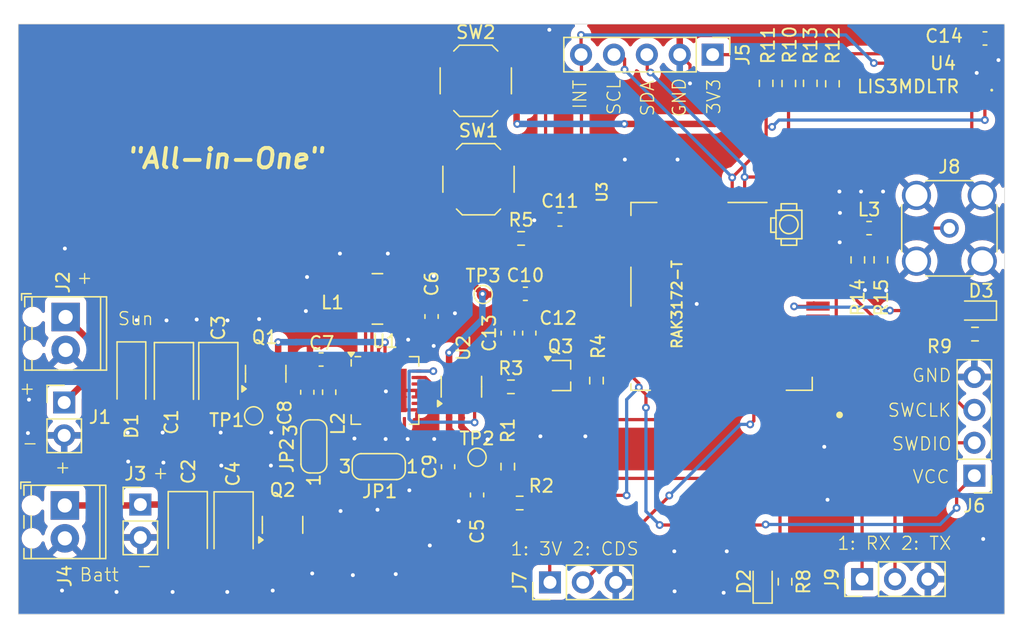
<source format=kicad_pcb>
(kicad_pcb (version 20240108) (generator "pcbnew") (generator_version "8.0")
  (layers (0 "F.Cu" signal) (31 "B.Cu" signal) (34 "B.Paste" user) (35 "F.Paste" user) (36 "B.SilkS" user "B.Silkscreen") (37 "F.SilkS" user "F.Silkscreen") (38 "B.Mask" user) (39 "F.Mask" user) (44 "Edge.Cuts" user))
  (net 0 "")
  (net 1 "Net-(D1-K)")
  (net 2 "GND")
  (net 3 "Net-(J3-Pin_1)")
  (net 4 "/BATT_MEAS")
  (net 5 "Net-(U1-BUFSRC)")
  (net 6 "Net-(U1-BOOST)")
  (net 7 "/BUCK")
  (net 8 "/BATT+")
  (net 9 "+3V3")
  (net 10 "/RST")
  (net 11 "Net-(U4-C1)")
  (net 12 "/LED0")
  (net 13 "Net-(D2-K)")
  (net 14 "Net-(D3-K)")
  (net 15 "/LED1")
  (net 16 "/SCL")
  (net 17 "/SDA")
  (net 18 "/INT")
  (net 19 "/SWCLK")
  (net 20 "/CDS")
  (net 21 "Net-(J8-In)")
  (net 22 "/RXD2")
  (net 23 "/TXD2")
  (net 24 "/SELMPP0")
  (net 25 "/SELMPP1")
  (net 26 "Net-(U1-SWBOOST)")
  (net 27 "Net-(U1-SWBUCK)")
  (net 28 "/RF")
  (net 29 "/SOLAR+")
  (net 30 "/PWR_STATUS")
  (net 31 "Net-(Q3-D)")
  (net 32 "/SDO")
  (net 33 "/CS")
  (net 34 "/BOOT")
  (net 42 "/LDO_EN")
  (net 49 "unconnected-(U3-UART1_TX{slash}PB6-Pad4)")
  (net 53 "/SWDIO")
  (net 56 "unconnected-(U3-PA10{slash}ADC4-Pad25)")
  (footprint "Button_Switch_SMD:SW_SPST_TL3342" (layer "F.Cu") (at 77.53 28.16)
    (property "Reference" "SW1")
    (property "Value" "RESET")
  )
  (footprint "Connector_PinHeader_2.54mm:PinHeader_1x05_P2.54mm_Vertical" (layer "F.Cu") (at 95.61 18.54 -90)
    (property "Reference" "J5")
    (property "Value" "I2C")
  )
  (footprint "Resistor_SMD:R_0603_1608Metric_Pad0.98x0.95mm_HandSolder" (layer "F.Cu") (at 115.87 40.12)
    (property "Reference" "R9")
    (property "Value" "1K")
  )
  (footprint "Package_TO_SOT_SMD:SOT-23" (layer "F.Cu") (at 62.4 54.8475 90)
    (property "Reference" "Q2")
    (property "Value" "AO3407A")
  )
  (footprint "Resistor_SMD:R_0603_1608Metric_Pad0.98x0.95mm_HandSolder" (layer "F.Cu") (at 80.71 53.16)
    (property "Reference" "R2")
    (property "Value" "10M")
  )
  (footprint "Library:IND_LPS4012-103MRB" (layer "F.Cu") (at 69.725 37.4 180)
    (property "Reference" "L1")
    (property "Value" "10u")
  )
  (footprint "Resistor_SMD:R_0603_1608Metric_Pad0.98x0.95mm_HandSolder" (layer "F.Cu") (at 101.2 59.2375 -90)
    (property "Reference" "R8")
    (property "Value" "1K")
  )
  (footprint "TestPoint:TestPoint_Pad_D1.0mm" (layer "F.Cu") (at 60.17 46.43)
    (property "Reference" "TP1")
    (property "Value" "SOLAR+")
  )
  (footprint "Inductor_SMD:L_0603_1608Metric_Pad1.05x0.95mm_HandSolder" (layer "F.Cu") (at 107.69 31.935)
    (property "Reference" "L3")
    (property "Value" "0")
  )
  (footprint "TestPoint:TestPoint_Pad_D1.0mm" (layer "F.Cu") (at 77.42 49.63)
    (property "Reference" "TP2")
    (property "Value" "BATT+")
  )
  (footprint "Capacitor_Tantalum_SMD:CP_EIA-3528-15_AVX-H_Pad1.50x2.35mm_HandSolder" (layer "F.Cu") (at 55.08 54.915 -90)
    (property "Reference" "C2")
    (property "Value" "47u")
  )
  (footprint "Capacitor_SMD:C_0603_1608Metric_Pad1.08x0.95mm_HandSolder" (layer "F.Cu") (at 81.45 40.04 90)
    (property "Reference" "C12")
    (property "Value" "10u")
  )
  (footprint "Capacitor_SMD:C_0603_1608Metric_Pad1.08x0.95mm_HandSolder" (layer "F.Cu") (at 65.3775 42.08 180)
    (property "Reference" "C7")
    (property "Value" "22u")
  )
  (footprint "Capacitor_Tantalum_SMD:CP_EIA-3528-15_AVX-H_Pad1.50x2.35mm_HandSolder" (layer "F.Cu") (at 58.62 54.935 -90)
    (property "Reference" "C4")
    (property "Value" "47u")
  )
  (footprint "LED_SMD:LED_0603_1608Metric_Pad1.05x0.95mm_HandSolder" (layer "F.Cu") (at 99.47 59.2325 90)
    (property "Reference" "D2")
    (property "Value" "RED")
  )
  (footprint "Jumper:SolderJumper-3_P1.3mm_Bridged12_RoundedPad1.0x1.5mm_NumberLabels" (layer "F.Cu") (at 69.83 50.35 180)
    (property "Reference" "JP1")
    (property "Value" "SELMPP0")
  )
  (footprint "Connector_Coaxial:SMA_Amphenol_132134-14_Vertical" (layer "F.Cu") (at 113.89 31.95)
    (property "Reference" "J8")
    (property "Value" "SMA")
  )
  (footprint "Package_DFN_QFN:QFN-28-1EP_5x5mm_P0.5mm_EP3.35x3.35mm" (layer "F.Cu") (at 70.31 44.47)
    (property "Reference" "U1")
    (property "Value" "AEM10941")
  )
  (footprint "Package_TO_SOT_SMD:SOT-323_SC-70" (layer "F.Cu") (at 83.92 43.32)
    (property "Reference" "Q3")
    (property "Value" "DMG1012UW")
  )
  (footprint "TerminalBlock_Phoenix:TerminalBlock_Phoenix_MPT-0,5-2-2.54_1x02_P2.54mm_Horizontal" (layer "F.Cu") (at 45.59 53.35 -90)
    (property "Reference" "J4")
    (property "Value" "BattInB")
  )
  (footprint "Package_TO_SOT_SMD:SOT-23" (layer "F.Cu") (at 61.1 43.1825 90)
    (property "Reference" "Q1")
    (property "Value" "AO3407A")
  )
  (footprint "Resistor_SMD:R_0603_1608Metric_Pad0.98x0.95mm_HandSolder" (layer "F.Cu") (at 80.82 32.73)
    (property "Reference" "R5")
    (property "Value" "1K")
  )
  (footprint "Capacitor_Tantalum_SMD:CP_EIA-3528-15_AVX-H_Pad1.50x2.35mm_HandSolder" (layer "F.Cu") (at 57.44 43.405 -90)
    (property "Reference" "C3")
    (property "Value" "47u")
  )
  (footprint "Resistor_SMD:R_0603_1608Metric_Pad0.98x0.95mm_HandSolder" (layer "F.Cu") (at 79.79 50.35 -90)
    (property "Reference" "R1")
    (property "Value" "4.7M")
  )
  (footprint "RAK:RAK3172" (layer "F.Cu") (at 96.34 37.225 -90)
    (property "Reference" "U3")
    (property "Value" "RAK3172-T")
  )
  (footprint "Diode_SMD:D_MiniMELF" (layer "F.Cu") (at 50.73 43.38 -90)
    (property "Reference" "D1")
    (property "Value" "BZV55B4V7")
  )
  (footprint "Connector_PinHeader_2.54mm:PinHeader_1x04_P2.54mm_Vertical" (layer "F.Cu") (at 115.82 51.05 180)
    (property "Reference" "J6")
    (property "Value" "SWD")
  )
  (footprint "TestPoint:TestPoint_Pad_D1.0mm" (layer "F.Cu") (at 77.89 37.06)
    (property "Reference" "TP3")
    (property "Value" "3V3")
  )
  (footprint "Resistor_SMD:R_0603_1608Metric" (layer "F.Cu") (at 103.15 20.755 -90)
    (property "Reference" "R13")
    (property "Value" "10k")
  )
  (footprint "Resistor_SMD:R_0603_1608Metric" (layer "F.Cu") (at 108.6 34.385 -90)
    (property "Reference" "R15")
    (property "Value" "DNP")
  )
  (footprint "Resistor_SMD:R_0603_1608Metric" (layer "F.Cu") (at 106.82 34.39 -90)
    (property "Reference" "R14")
    (property "Value" "DNP")
  )
  (footprint "Capacitor_SMD:C_0603_1608Metric" (layer "F.Cu") (at 73.905 38.76 90)
    (property "Reference" "C6")
    (property "Value" "10u")
  )
  (footprint "Jumper:SolderJumper-3_P1.3mm_Bridged12_RoundedPad1.0x1.5mm_NumberLabels" (layer "F.Cu") (at 64.82 48.79 90)
    (property "Reference" "JP2")
    (property "Value" "SELMPP1")
  )
  (footprint "Resistor_SMD:R_0603_1608Metric_Pad0.98x0.95mm_HandSolder" (layer "F.Cu") (at 80.0325 44.19)
    (property "Reference" "R3")
    (property "Value" "1M")
  )
  (footprint "Connector_PinHeader_2.54mm:PinHeader_1x03_P2.54mm_Vertical" (layer "F.Cu") (at 107.15 59.04 90)
    (property "Reference" "J9")
    (property "Value" "UART2")
  )
  (footprint "Capacitor_SMD:C_0603_1608Metric_Pad1.08x0.95mm_HandSolder" (layer "F.Cu") (at 75.18 50.3575 90)
    (property "Reference" "C9")
    (property "Value" "10u")
  )
  (footprint "Button_Switch_SMD:SW_SPST_TL3342" (layer "F.Cu") (at 77.32 20.56)
    (property "Reference" "SW2")
    (property "Value" "BOOT")
  )
  (footprint "Capacitor_SMD:C_0603_1608Metric_Pad1.08x0.95mm_HandSolder" (layer "F.Cu") (at 64.31 44.61 90)
    (property "Reference" "C8")
    (property "Value" "10u")
  )
  (footprint "LED_SMD:LED_0603_1608Metric_Pad1.05x0.95mm_HandSolder" (layer "F.Cu") (at 115.865 38.3 180)
    (property "Reference" "D3")
    (property "Value" "GREEN")
  )
  (footprint "Connector_PinHeader_2.54mm:PinHeader_1x03_P2.54mm_Vertical" (layer "F.Cu") (at 83.05 59.29 90)
    (property "Reference" "J7")
    (property "Value" "CDS_CONN")
  )
  (footprint "Capacitor_SMD:C_0603_1608Metric_Pad1.08x0.95mm_HandSolder" (layer "F.Cu") (at 83.8175 31.27)
    (property "Reference" "C11")
    (property "Value" "100n")
  )
  (footprint "Capacitor_SMD:C_0603_1608Metric_Pad1.08x0.95mm_HandSolder" (layer "F.Cu") (at 79.79 40.04 90)
    (property "Reference" "C13")
    (property "Value" "100n")
  )
  (footprint "Capacitor_SMD:C_0603_1608Metric_Pad1.08x0.95mm_HandSolder" (layer "F.Cu") (at 77.42 52.54 -90)
    (property "Reference" "C5")
    (property "Value" "100n")
  )
  (footprint "Capacitor_Tantalum_SMD:CP_EIA-3528-15_AVX-H_Pad1.50x2.35mm_HandSolder" (layer "F.Cu") (at 54.01 43.405 -90)
    (property "Reference" "C1")
    (property "Value" "47u")
  )
  (footprint "Inductor_SMD:L_0603_1608Metric_Pad1.05x0.95mm_HandSolder" (layer "F.Cu") (at 66 44.605 90)
    (property "Reference" "L2")
    (property "Value" "10u")
  )
  (footprint "Connector_PinHeader_2.54mm:PinHeader_1x02_P2.54mm_Vertical" (layer "F.Cu") (at 51.42 53.28)
    (property "Reference" "J3")
    (property "Value" "BattInA")
  )
  (footprint "Resistor_SMD:R_0603_1608Metric" (layer "F.Cu") (at 101.49 20.765 -90)
    (property "Reference" "R10")
    (property "Value" "10k")
  )
  (footprint "Resistor_SMD:R_0603_1608Metric_Pad0.98x0.95mm_HandSolder" (layer "F.Cu") (at 86.64 43.71 -90)
    (property "Reference" "R4")
    (property "Value" "1M")
  )
  (footprint "Resistor_SMD:R_0603_1608Metric" (layer "F.Cu") (at 99.74 20.755 -90)
    (property "Reference" "R11")
    (property "Value" "10k")
  )
  (footprint "Connector_PinHeader_2.54mm:PinHeader_1x02_P2.54mm_Vertical" (layer "F.Cu") (at 45.54 45.4)
    (property "Reference" "J1")
    (property "Value" "SolarInA")
  )
  (footprint "Capacitor_SMD:C_0603_1608Metric" (layer "F.Cu") (at 116.64 17.29)
    (property "Reference" "C14")
    (property "Value" "100nF")
  )
  (footprint "TerminalBlock_Phoenix:TerminalBlock_Phoenix_MPT-0,5-2-2.54_1x02_P2.54mm_Horizontal" (layer "F.Cu") (at 45.65 38.8 -90)
    (property "Reference" "J2")
    (property "Value" "SolarInB")
  )
  (footprint "Library:LGA-12_2X2X1_STM" (layer "F.Cu") (at 115.880001 19.950001 180)
    (property "Reference" "U4")
    (property "Value" "LIS3MDLTR")
  )
  (footprint "Capacitor_SMD:C_0603_1608Metric_Pad1.08x0.95mm_HandSolder" (layer "F.Cu") (at 81.15 37.01)
    (property "Reference" "C10")
    (property "Value" "10u")
  )
  (footprint "Package_TO_SOT_SMD:SOT-23-5" (layer "F.Cu") (at 76.21 44.1825 90)
    (property "Reference" "U2")
    (property "Value" "XC6215")
  )
  (footprint "Resistor_SMD:R_0603_1608Metric" (layer "F.Cu") (at 104.86 20.79 -90)
    (property "Reference" "R12")
    (property "Value" "10k")
  )
  (gr_circle (center 117.16 21.28) (end 117.224031 21.28) (stroke (width 0.1)) (fill solid) (layer "F.SilkS"))
  (gr_circle (center 105.41 46.36) (end 105.62095 46.36) (stroke (width 0.1)) (fill solid) (layer "F.SilkS"))
  (gr_rect (start 42 16.18) (end 118.15 61.75) (stroke (width 0.05)) (fill none) (layer "Edge.Cuts"))
  (gr_text "SCL" (at 88.58 23.26 90) (layer "F.SilkS") (effects (font (size 1 1) (thickness 0.1)) (justify left bottom)))
  (gr_text "-" (at 42.22 49.1 0) (layer "F.SilkS") (effects (font (size 1 1) (thickness 0.1)) (justify left bottom)))
  (gr_text "SWCLK" (at 109.06 46.58 0) (layer "F.SilkS") (effects (font (size 1 1) (thickness 0.1)) (justify left bottom)))
  (gr_text "{dblquote}All-in-One{dblquote}\n" (at 50.24 27.44 0) (layer "F.SilkS") (effects (font (size 1.5 1.5) (thickness 0.3) (bold yes) (italic yes)) (justify left bottom)))
  (gr_text "+" (at 46.43 36.33 0) (layer "F.SilkS") (effects (font (size 1 1) (thickness 0.1)) (justify left bottom)))
  (gr_text "SWDIO" (at 109.38 49.18 0) (layer "F.SilkS") (effects (font (size 1 1) (thickness 0.1)) (justify left bottom)))
  (gr_text "VCC" (at 110.98 51.72 0) (layer "F.SilkS") (effects (font (size 1 1) (thickness 0.1)) (justify left bottom)))
  (gr_text "1: RX 2: TX" (at 105.17 56.86 0) (layer "F.SilkS") (effects (font (size 1 1) (thickness 0.1)) (justify left bottom)))
  (gr_text "Sun" (at 49.61 39.51 0) (layer "F.SilkS") (effects (font (size 1 1) (thickness 0.1)) (justify left bottom)))
  (gr_text "3V3" (at 96.28 23.22 90) (layer "F.SilkS") (effects (font (size 1 1) (thickness 0.1)) (justify left bottom)))
  (gr_text "SDA" (at 91.17 23.37 90) (layer "F.SilkS") (effects (font (size 1 1) (thickness 0.1)) (justify left bottom)))
  (gr_text "GND" (at 110.94 43.9 0) (layer "F.SilkS") (effects (font (size 1 1) (thickness 0.1)) (justify left bottom)))
  (gr_text "+" (at 52.3 51.4 0) (layer "F.SilkS") (effects (font (size 1 1) (thickness 0.1)) (justify left bottom)))
  (gr_text "+" (at 42 44.88 0) (layer "F.SilkS") (effects (font (size 1 1) (thickness 0.1)) (justify left bottom)))
  (gr_text "-" (at 51.04 58.58 0) (layer "F.SilkS") (effects (font (size 1 1) (thickness 0.1)) (justify left bottom)))
  (gr_text "GND" (at 93.62 23.44 90) (layer "F.SilkS") (effects (font (size 1 1) (thickness 0.1)) (justify left bottom)))
  (gr_text "Batt" (at 46.65 59.29 0) (layer "F.SilkS") (effects (font (size 1 1) (thickness 0.1)) (justify left bottom)))
  (gr_text "INT" (at 85.95 22.82 90) (layer "F.SilkS") (effects (font (size 1 1) (thickness 0.1)) (justify left bottom)))
  (gr_text "+" (at 44.74 50.96 0) (layer "F.SilkS") (effects (font (size 1 1) (thickness 0.1)) (justify left bottom)))
  (gr_text "1: 3V 2: CDS" (at 79.94 57.29 0) (layer "F.SilkS") (effects (font (size 1 1) (thickness 0.1)) (justify left bottom)))
  (segment (start 60.635 41.78) (end 61.1 42.245) (width 0.5) (layer "F.Cu") (net 1))
  (segment (start 50.73 41.63) (end 49.31 41.63) (width 0.5) (layer "F.Cu") (net 1))
  (segment (start 53.86 41.63) (end 54.01 41.78) (width 0.5) (layer "F.Cu") (net 1))
  (segment (start 50.73 41.63) (end 53.86 41.63) (width 0.5) (layer "F.Cu") (net 1))
  (segment (start 54.9 41.63) (end 55.18 41.91) (width 0.5) (layer "F.Cu") (net 1))
  (segment (start 57.44 41.78) (end 60.635 41.78) (width 0.5) (layer "F.Cu") (net 1))
  (segment (start 49.31 41.63) (end 45.54 45.4) (width 0.5) (layer "F.Cu") (net 1))
  (segment (start 54.01 41.78) (end 57.44 41.78) (width 0.5) (layer "F.Cu") (net 1))
  (segment (start 50.73 41.63) (end 48.48 41.63) (width 0.5) (layer "F.Cu") (net 1))
  (segment (start 48.48 41.63) (end 45.65 38.8) (width 0.5) (layer "F.Cu") (net 1))
  (segment (start 72.76 45.97) (end 71.81 45.97) (width 0.25) (layer "F.Cu") (net 2))
  (segment (start 70.81 47.55) (end 71.53 48.27) (width 0.25) (layer "F.Cu") (net 2))
  (segment (start 71.81 45.97) (end 70.38 44.54) (width 0.25) (layer "F.Cu") (net 2))
  (segment (start 72.76 44.47) (end 70.31 44.47) (width 0.25) (layer "F.Cu") (net 2))
  (segment (start 116.130001 20.080001) (end 116 19.95) (width 0.25) (layer "F.Cu") (net 2))
  (segment (start 70.81 44.97) (end 70.31 44.47) (width 0.25) (layer "F.Cu") (net 2))
  (segment (start 77.19 48.25) (end 78.23 48.25) (width 0.5) (layer "F.Cu") (net 2))
  (segment (start 116.630002 19.700001) (end 116.630002 20.200001) (width 0.25) (layer "F.Cu") (net 2))
  (segment (start 93.86 19.33) (end 93.07 18.54) (width 0.25) (layer "F.Cu") (net 2))
  (segment (start 116.380001 19.95) (end 116 19.95) (width 0.25) (layer "F.Cu") (net 2))
  (segment (start 69.81 46.92) (end 69.81 47.67) (width 0.25) (layer "F.Cu") (net 2))
  (segment (start 76.21 45.32) (end 76.21 47.27) (width 0.5) (layer "F.Cu") (net 2))
  (segment (start 72.76 45.97) (end 74.02 45.97) (width 0.25) (layer "F.Cu") (net 2))
  (segment (start 116.630002 20.200001) (end 116.380001 19.95) (width 0.25) (layer "F.Cu") (net 2))
  (segment (start 76.21 47.27) (end 77.19 48.25) (width 0.5) (layer "F.Cu") (net 2))
  (segment (start 69.31 46.92) (end 69.81 46.92) (width 0.25) (layer "F.Cu") (net 2))
  (segment (start 72.01 48.27) (end 72.06 48.22) (width 0.25) (layer "F.Cu") (net 2))
  (segment (start 116.130001 20.700002) (end 116.130001 20.080001) (width 0.25) (layer "F.Cu") (net 2))
  (segment (start 93.86 20.76) (end 93.86 19.33) (width 0.25) (layer "F.Cu") (net 2))
  (segment (start 116.380003 19.95) (end 116.630002 19.700001) (width 0.25) (layer "F.Cu") (net 2))
  (segment (start 78.21 48.27) (end 78.23 48.25) (width 0.25) (layer "F.Cu") (net 2))
  (segment (start 69.81 47.67) (end 70.36 48.22) (width 0.25) (layer "F.Cu") (net 2))
  (segment (start 70.81 46.92) (end 70.81 47.55) (width 0.25) (layer "F.Cu") (net 2))
  (segment (start 74.11 46.06) (end 74.11 48.22) (width 0.25) (layer "F.Cu") (net 2))
  (segment (start 69.81 44.97) (end 70.31 44.47) (width 0.25) (layer "F.Cu") (net 2))
  (segment (start 72.76 44.97) (end 72.76 44.47) (width 0.25) (layer "F.Cu") (net 2))
  (segment (start 69.81 46.92) (end 69.81 44.97) (width 0.25) (layer "F.Cu") (net 2))
  (segment (start 70.38 44.54) (end 70.31 44.47) (width 0.25) (layer "F.Cu") (net 2))
  (segment (start 70.81 46.92) (end 70.81 44.97) (width 0.25) (layer "F.Cu") (net 2))
  (segment (start 116 19.95) (end 116.380003 19.95) (width 0.25) (layer "F.Cu") (net 2))
  (segment (start 71.53 48.27) (end 72.01 48.27) (width 0.25) (layer "F.Cu") (net 2))
  (segment (start 74.02 45.97) (end 74.11 46.06) (width 0.25) (layer "F.Cu") (net 2))
  (via (at 94.38 37.79) (size 0.6) (drill 0.3) (layers "F.Cu" "B.Cu") (net 2))
  (via (at 117.68 18.96) (size 0.6) (drill 0.3) (layers "F.Cu" "B.Cu") (net 2))
  (via (at 70.36 48.22) (size 0.6) (drill 0.3) (layers "F.Cu" "B.Cu") (net 2))
  (via (at 82.31 48.01) (size 0.6) (drill 0.3) (layers "F.Cu" "B.Cu") (net 2))
  (via (at 71.14 58.65) (size 0.6) (drill 0.3) (layers "F.Cu" "B.Cu") (net 2))
  (via (at 66.88 53.78) (size 0.6) (drill 0.3) (layers "F.Cu" "B.Cu") (net 2))
  (via (at 66.83 33.9) (size 0.6) (drill 0.3) (layers "F.Cu" "B.Cu") (net 2))
  (via (at 53.44 39.06) (size 0.6) (drill 0.3) (layers "F.Cu" "B.Cu") (net 2))
  (via (at 53.91 60.03) (size 0.6) (drill 0.3) (layers "F.Cu" "B.Cu") (net 2))
  (via (at 76.01 54.56) (size 0.6) (drill 0.3) (layers "F.Cu" "B.Cu") (net 2))
  (via (at 61.5 50.27) (size 0.6) (drill 0.3) (layers "F.Cu" "B.Cu") (net 2))
  (via (at 64.69 58.6) (size 0.6) (drill 0.3) (layers "F.Cu" "B.Cu") (net 2))
  (via (at 96.46 60.09) (size 0.6) (drill 0.3) (layers "F.Cu" "B.Cu") (net 2))
  (via (at 108.77 29.11) (size 0.6) (drill 0.3) (layers "F.Cu" "B.Cu") (net 2))
  (via (at 107.07 29.11) (size 0.6) (drill 0.3) (layers "F.Cu" "B.Cu") (net 2))
  (via (at 50.48 49.96) (size 0.6) (drill 0.3) (layers "F.Cu" "B.Cu") (net 2))
  (via (at 109.01 36.75) (size 0.6) (drill 0.3) (layers "F.Cu" "B.Cu") (net 2))
  (via (at 107.37 36.72) (size 0.6) (drill 0.3) (layers "F.Cu" "B.Cu") (net 2))
  (via (at 72.19 52.18) (size 0.6) (drill 0.3) (layers "F.Cu" "B.Cu") (net 2))
  (via (at 105.42 33.03) (size 0.6) (drill 0.3) (layers "F.Cu" "B.Cu") (net 2))
  (via (at 75.71 38.51) (size 0.6) (drill 0.3) (layers "F.Cu" "B.Cu") (net 2))
  (via (at 83 16.62) (size 0.6) (drill 0.3) (layers "F.Cu" "B.Cu") (net 2))
  (via (at 58.15 39.06) (size 0.6) (drill 0.3) (layers "F.Cu" "B.Cu") (net 2))
  (via (at 58.13 60.03) (size 0.6) (drill 0.3) (layers "F.Cu" "B.Cu") (net 2))
  (via (at 67.95 48.18) (size 0.6) (drill 0.3) (layers "F.Cu" "B.Cu") (net 2))
  (via (at 74.07 35.63) (size 0.6) (drill 0.3) (layers "F.Cu" "B.Cu") (net 2))
  (via (at 42.82 45.18) (size 0.6) (drill 0.3) (layers "F.Cu" "B.Cu") (net 2))
  (via (at 70.53 33.9) (size 0.6) (drill 0.3) (layers "F.Cu" "B.Cu") (net 2))
  (via (at 42.74 47.76) (size 0.6) (drill 0.3) (layers "F.Cu" "B.Cu") (net 2))
  (via (at 104.23 48.82) (size 0.6) (drill 0.3) (layers "F.Cu" "B.Cu") (net 2))
  (via (at 61.64 59.92) (size 0.6) (drill 0.3) (layers "F.Cu" "B.Cu") (net 2))
  (via (at 53.2 50.04) (size 0.6) (drill 0.3) (layers "F.Cu" "B.Cu") (net 2))
  (via (at 72.1 40.55) (size 0.6) (drill 0.3) (layers "F.Cu" "B.Cu") (net 2))
  (via (at 93.86 20.76) (size 0.6) (drill 0.3) (layers "F.Cu" "B.Cu") (net 2))
  (via (at 50.44 47.73) (size 0.6) (drill 0.3) (layers "F.Cu" "B.Cu") (net 2))
  (via (at 78.23 48.25) (size 0.6) (drill 0.3) (layers "F.Cu" "B.Cu") (net 2))
  (via (at 72.06 48.22) (size 0.6) (drill 0.3) (layers "F.Cu" "B.Cu") (net 2))
  (via (at 74.07 41.03) (size 0.6) (drill 0.3) (layers "F.Cu" "B.Cu") (net 2))
  (via (at 69.73 53.68) (size 0.6) (drill 0.3) (layers "F.Cu" "B.Cu") (net 2))
  (via (at 64.2 38.34) (size 0.6) (drill 0.3) (layers "F.Cu" "B.Cu") (net 2))
  (via (at 55.77 38.99) (size 0.6) (drill 0.3) (layers "F.Cu" "B.Cu") (net 2))
  (via (at 70.38 44.54) (size 0.6) (drill 0.3) (layers "F.Cu" "B.Cu") (net 2))
  (via (at 105.44 30.76) (size 0.6) (drill 0.3) (layers "F.Cu" "B.Cu") (net 2))
  (via (at 74.11 48.22) (size 0.6) (drill 0.3) (layers "F.Cu" "B.Cu") (net 2))
  (via (at 51.14 39.04) (size 0.6) (drill 0.3) (layers "F.Cu" "B.Cu") (net 2))
  (via (at 49.58 60.03) (size 0.6) (drill 0.3) (layers "F.Cu" "B.Cu") (net 2))
  (via (at 116 19.95) (size 0.6) (drill 0.3) (layers "F.Cu" "B.Cu") (net 2))
  (via (at 81.84 31.33) (size 0.6) (drill 0.3) (layers "F.Cu" "B.Cu") (net 2))
  (via (at 57.62 47.72) (size 0.6) (drill 0.3) (layers "F.Cu" "B.Cu") (net 2))
  (via (at 45.37 59.92) (size 0.6) (drill 0.3) (layers "F.Cu" "B.Cu") (net 2))
  (via (at 92.9 26.64) (size 0.6) (drill 0.3) (layers "F.Cu" "B.Cu") (net 2))
  (via (at 116.5 55.94) (size 0.6) (drill 0.3) (layers "F.Cu" "B.Cu") (net 2))
  (via (at 57.67 50.27) (size 0.6) (drill 0.3) (layers "F.Cu" "B.Cu") (net 2))
  (via (at 73.77 56.44) (size 0.6) (drill 0.3) (layers "F.Cu" "B.Cu") (net 2))
  (via (at 88.83 26.64) (size 0.6) (drill 0.3) (layers "F.Cu" "B.Cu") (net 2))
  (via (at 67.83 58.73) (size 0.6) (drill 0.3) (layers "F.Cu" "B.Cu") (net 2))
  (via (at 60.59 38.96) (size 0.6) (drill 0.3) (layers "F.Cu" "B.Cu") (net 2))
  (via (at 45.59 33.51) (size 0.6) (drill 0.3) (layers "F.Cu" "B.Cu") (net 2))
  (via (at 96.7 56.89) (size 0.6) (drill 0.3) (layers "F.Cu" "B.Cu") (net 2))
  (via (at 61.53 47.72) (size 0.6) (drill 0.3) (layers "F.Cu" "B.Cu") (net 2))
  (via (at 53.14 47.72) (size 0.6) (drill 0.3) (layers "F.Cu" "B.Cu") (net 2))
  (via (at 92.67 59.98) (size 0.6) (drill 0.3) (layers "F.Cu" "B.Cu") (net 2))
  (via (at 85.78 48.01) (size 0.6) (drill 0.3) (layers "F.Cu" "B.Cu") (net 2))
  (via (at 64.29 35.71) (size 0.6) (drill 0.3) (layers "F.Cu" "B.Cu") (net 2))
  (via (at 104.48 52.91) (size 0.6) (drill 0.3) (layers "F.Cu" "B.Cu") (net 2))
  (via (at 105.4 29.11) (size 0.6) (drill 0.3) (layers "F.Cu" "B.Cu") (net 2))
  (via (at 92.65 56.89) (size 0.6) (drill 0.3) (layers "F.Cu" "B.Cu") (net 2))
  (segment (start 55.08 53.29) (end 55.1 53.31) (width 0.5) (layer "F.Cu") (net 3))
  (segment (start 51.35 53.35) (end 51.42 53.28) (width 0.5) (layer "F.Cu") (net 3))
  (segment (start 55.1 53.31) (end 58.62 53.31) (width 0.5) (layer "F.Cu") (net 3))
  (segment (start 51.42 53.28) (end 55.07 53.28) (width 0.5) (layer "F.Cu") (net 3))
  (segment (start 58.62 53.31) (end 61.8 53.31) (width 0.5) (layer "F.Cu") (net 3))
  (segment (start 45.59 53.35) (end 51.35 53.35) (width 0.5) (layer "F.Cu") (net 3))
  (segment (start 55.07 53.28) (end 55.08 53.29) (width 0.5) (layer "F.Cu") (net 3))
  (segment (start 61.8 53.31) (end 62.4 53.91) (width 0.5) (layer "F.Cu") (net 3))
  (segment (start 96.3975 51.2625) (end 99.87 47.79) (width 0.25) (layer "F.Cu") (net 4))
  (segment (start 77.835 51.2625) (end 77.42 51.6775) (width 0.25) (layer "F.Cu") (net 4))
  (segment (start 79.79 51.2625) (end 79.79 53.1525) (width 0.25) (layer "F.Cu") (net 4))
  (segment (start 79.79 53.1525) (end 79.7975 53.16) (width 0.25) (layer "F.Cu") (net 4))
  (segment (start 79.79 51.2625) (end 77.835 51.2625) (width 0.25) (layer "F.Cu") (net 4))
  (segment (start 99.87 47.79) (end 99.79 47.71) (width 0.25) (layer "F.Cu") (net 4))
  (segment (start 79.79 51.2625) (end 96.3975 51.2625) (width 0.25) (layer "F.Cu") (net 4))
  (segment (start 99.79 47.71) (end 99.79 44.62) (width 0.25) (layer "F.Cu") (net 4))
  (segment (start 71.49 37.82) (end 73.36 39.69) (width 0.25) (layer "F.Cu") (net 5))
  (segment (start 69.3 42.01) (end 69.3 39.59) (width 0.25) (layer "F.Cu") (net 5))
  (segment (start 69.31 42.02) (end 69.3 42.01) (width 0.25) (layer "F.Cu") (net 5))
  (segment (start 71.49 38.76) (end 71.49 37.4) (width 0.25) (layer "F.Cu") (net 5))
  (segment (start 71.49 37.4) (end 71.49 37.82) (width 0.25) (layer "F.Cu") (net 5))
  (segment (start 73.625 39.535) (end 73.905 39.535) (width 0.25) (layer "F.Cu") (net 5))
  (segment (start 69.3 39.59) (end 71.49 37.4) (width 0.25) (layer "F.Cu") (net 5))
  (segment (start 71.49 37.4) (end 73.625 39.535) (width 0.5) (layer "F.Cu") (net 5))
  (segment (start 67.13 42.97) (end 67.86 42.97) (width 0.25) (layer "F.Cu") (net 6))
  (segment (start 66.24 42.08) (end 67.13 42.97) (width 0.25) (layer "F.Cu") (net 6))
  (segment (start 67.37 50.35) (end 66.18 51.54) (width 0.25) (layer "F.Cu") (net 7))
  (segment (start 66 46.31) (end 64.82 47.49) (width 0.25) (layer "F.Cu") (net 7))
  (segment (start 63.17 51.54) (end 63.07 51.44) (width 0.25) (layer "F.Cu") (net 7))
  (segment (start 64.8 47.47) (end 64.82 47.49) (width 0.25) (layer "F.Cu") (net 7))
  (segment (start 63.05 47.47) (end 64.8 47.47) (width 0.25) (layer "F.Cu") (net 7))
  (segment (start 63.07 47.49) (end 63.05 47.47) (width 0.25) (layer "F.Cu") (net 7))
  (segment (start 68.53 50.35) (end 67.37 50.35) (width 0.25) (layer "F.Cu") (net 7))
  (segment (start 63.07 51.44) (end 63.07 47.49) (width 0.25) (layer "F.Cu") (net 7))
  (segment (start 67.85 45.48) (end 67.86 45.47) (width 0.25) (layer "F.Cu") (net 7))
  (segment (start 66 45.48) (end 66 46.31) (width 0.25) (layer "F.Cu") (net 7))
  (segment (start 66 45.48) (end 66.13 45.48) (width 0.25) (layer "F.Cu") (net 7))
  (segment (start 66.18 51.54) (end 63.17 51.54) (width 0.25) (layer "F.Cu") (net 7))
  (segment (start 65.9925 45.4725) (end 66 45.48) (width 0.25) (layer "F.Cu") (net 7))
  (segment (start 67.86 43.97) (end 67.86 45.47) (width 0.25) (layer "F.Cu") (net 7))
  (segment (start 64.31 45.4725) (end 65.9925 45.4725) (width 0.25) (layer "F.Cu") (net 7))
  (segment (start 66.13 45.48) (end 66.22 45.39) (width 0.25) (layer "F.Cu") (net 7))
  (segment (start 66 45.48) (end 67.85 45.48) (width 0.25) (layer "F.Cu") (net 7))
  (segment (start 72.76 45.47) (end 75.11 45.47) (width 0.25) (layer "F.Cu") (net 8))
  (segment (start 75.18 51.22) (end 75.83 51.22) (width 0.5) (layer "F.Cu") (net 8))
  (segment (start 77.6125 49.4375) (end 77.42 49.63) (width 0.25) (layer "F.Cu") (net 8))
  (segment (start 75.26 46.55) (end 75.26 45.32) (width 0.5) (layer "F.Cu") (net 8))
  (segment (start 63.35 55.785) (end 70.615 55.785) (width 0.5) (layer "F.Cu") (net 8))
  (segment (start 75.83 51.22) (end 77.42 49.63) (width 0.5) (layer "F.Cu") (net 8))
  (segment (start 75.26 47.47) (end 77.42 49.63) (width 0.5) (layer "F.Cu") (net 8))
  (segment (start 75.11 45.47) (end 75.26 45.32) (width 0.25) (layer "F.Cu") (net 8))
  (segment (start 80.03 49.5175) (end 79.9175 49.63) (width 0.5) (layer "F.Cu") (net 8))
  (segment (start 79.79 49.4375) (end 77.6125 49.4375) (width 0.25) (layer "F.Cu") (net 8))
  (segment (start 75.26 47.47) (end 75.26 46.55) (width 0.5) (layer "F.Cu") (net 8))
  (segment (start 70.615 55.785) (end 75.18 51.22) (width 0.5) (layer "F.Cu") (net 8))
  (segment (start 83.05 59.29) (end 83.03 59.27) (width 0.25) (layer "F.Cu") (net 9))
  (segment (start 79.79 39.1775) (end 79.79 37.5075) (width 0.25) (layer "F.Cu") (net 9))
  (segment (start 80.47 22.46) (end 80.47 23.84) (width 0.5) (layer "F.Cu") (net 9))
  (segment (start 86.7975 42.955) (end 88.945 42.955) (width 0.25) (layer "F.Cu") (net 9))
  (segment (start 79.9075 32.73) (end 79.9075 36.63) (width 0.25) (layer "F.Cu") (net 9))
  (segment (start 81.45 39.1775) (end 81.45 38.1725) (width 0.25) (layer "F.Cu") (net 9))
  (segment (start 101.49 19.94) (end 103.14 19.94) (width 0.25) (layer "F.Cu") (net 9))
  (segment (start 80.2375 37.06) (end 80.2875 37.01) (width 0.5) (layer "F.Cu") (net 9))
  (segment (start 85.49 52.57) (end 88.97 52.57) (width 0.25) (layer "F.Cu") (net 9))
  (segment (start 103.14 19.94) (end 103.15 19.93) (width 0.25) (layer "F.Cu") (net 9))
  (segment (start 79.9075 36.63) (end 80.2875 37.01) (width 0.25) (layer "F.Cu") (net 9))
  (segment (start 95.78 23.89) (end 99.74 19.93) (width 0.5) (layer "F.Cu") (net 9))
  (segment (start 71.2 25.43) (end 74.17 22.46) (width 0.5) (layer "F.Cu") (net 9))
  (segment (start 99.74 19.93) (end 101.48 19.93) (width 0.25) (layer "F.Cu") (net 9))
  (segment (start 103.15 19.93) (end 104.825 19.93) (width 0.25) (layer "F.Cu") (net 9))
  (segment (start 83.03 55.03) (end 85.49 52.57) (width 0.25) (layer "F.Cu") (net 9))
  (segment (start 101.48 19.93) (end 101.49 19.94) (width 0.25) (layer "F.Cu") (net 9))
  (segment (start 75.26 41.5525) (end 75.26 41.545) (width 0.5) (layer "F.Cu") (net 9))
  (segment (start 75.26 43.045) (end 75.26 41.5525) (width 0.5) (layer "F.Cu") (net 9))
  (segment (start 75.0625 43.2425) (end 75.0725 43.2325) (width 0.25) (layer "F.Cu") (net 9))
  (segment (start 99.66 54.86) (end 99.7 54.82) (width 0.25) (layer "F.Cu") (net 9))
  (segment (start 106.355 18.47) (end 115.400001 18.47) (width 0.25) (layer "F.Cu") (net 9))
  (segment (start 86.64 42.7975) (end 86.7975 42.955) (width 0.25) (layer "F.Cu") (net 9))
  (segment (start 104.825 19.93) (end 104.86 19.965) (width 0.25) (layer "F.Cu") (net 9))
  (segment (start 71.2 30.37) (end 71.2 25.43) (width 0.5) (layer "F.Cu") (net 9))
  (segment (start 75.26 41.545) (end 75.2575 41.5425) (width 0.5) (layer "F.Cu") (net 9))
  (segment (start 98.35 18.54) (end 99.74 19.93) (width 0.25) (layer "F.Cu") (net 9))
  (segment (start 89.91 43.92) (end 88.945 42.955) (width 0.25) (layer "F.Cu") (net 9))
  (segment (start 114.45 53.54) (end 114.45 52.42) (width 0.25) (layer "F.Cu") (net 9))
  (segment (start 89.91 44.23) (end 90.46 44.78) (width 0.25) (layer "F.Cu") (net 9))
  (segment (start 90.46 44.78) (end 90.46 45.8) (width 0.25) (layer "F.Cu") (net 9))
  (segment (start 115.400001 18.47) (end 116.130001 19.2) (width 0.25) (layer "F.Cu") (net 9))
  (segment (start 95.61 18.54) (end 98.35 18.54) (width 0.25) (layer "F.Cu") (net 9))
  (segment (start 89.91 44.23) (end 89.91 43.92) (width 0.25) (layer "F.Cu") (net 9))
  (segment (start 77.89 37.06) (end 77.845 37.015) (width 0.5) (layer "F.Cu") (net 9))
  (segment (start 77.89 37.06) (end 80.2375 37.06) (width 0.5) (layer "F.Cu") (net 9))
  (segment (start 95.64 18.09) (end 95.7 18.15) (width 0.5) (layer "F.Cu") (net 9))
  (segment (start 91.52 54.86) (end 99.66 54.86) (width 0.25) (layer "F.Cu") (net 9))
  (segment (start 83.03 59.27) (end 83.03 55.03) (width 0.25) (layer "F.Cu") (net 9))
  (segment (start 81.45 39.1775) (end 83.02 39.1775) (width 0.25) (layer "F.Cu") (net 9))
  (segment (start 83.02 39.1775) (end 86.64 42.7975) (width 0.25) (layer "F.Cu") (net 9))
  (segment (start 80.47 23.84) (end 80.52 23.89) (width 0.5) (layer "F.Cu") (net 9))
  (segment (start 81.45 38.1725) (end 80.2875 37.01) (width 0.25) (layer "F.Cu") (net 9))
  (segment (start 104.86 19.965) (end 106.355 18.47) (width 0.25) (layer "F.Cu") (net 9))
  (segment (start 88.79 23.89) (end 95.78 23.89) (width 0.5) (layer "F.Cu") (net 9))
  (segment (start 114.45 52.42) (end 115.82 51.05) (width 0.25) (layer "F.Cu") (net 9))
  (segment (start 77.845 37.015) (end 71.2 30.37) (width 0.5) (layer "F.Cu") (net 9))
  (segment (start 116.130001 19.2) (end 115.630001 19.2) (width 0.25) (layer "F.Cu") (net 9))
  (segment (start 79.79 37.5075) (end 80.2875 37.01) (width 0.25) (layer "F.Cu") (net 9))
  (segment (start 74.17 22.46) (end 80.47 22.46) (width 0.5) (layer "F.Cu") (net 9))
  (via (at 99.7 54.82) (size 0.6) (drill 0.3) (layers "F.Cu" "B.Cu") (net 9))
  (via (at 114.45 53.54) (size 0.6) (drill 0.3) (layers "F.Cu" "B.Cu") (net 9))
  (via (at 89.91 44.23) (size 0.6) (drill 0.3) (layers "F.Cu" "B.Cu") (net 9))
  (via (at 77.845 37.015) (size 0.6) (drill 0.3) (layers "F.Cu" "B.Cu") (net 9))
  (via (at 75.26 41.5525) (size 0.6) (drill 0.3) (layers "F.Cu" "B.Cu") (net 9))
  (via (at 80.52 23.89) (size 0.6) (drill 0.3) (layers "F.Cu" "B.Cu") (net 9))
  (via (at 90.46 45.8) (size 0.6) (drill 0.3) (layers "F.Cu" "B.Cu") (net 9))
  (via (at 88.97 52.57) (size 0.6) (drill 0.3) (layers "F.Cu" "B.Cu") (net 9))
  (via (at 88.79 23.89) (size 0.6) (drill 0.3) (layers "F.Cu" "B.Cu") (net 9))
  (via (at 91.52 54.86) (size 0.6) (drill 0.3) (layers "F.Cu" "B.Cu") (net 9))
  (segment (start 77.83 38.9825) (end 77.83 37.03) (width 0.5) (layer "B.Cu") (net 9))
  (segment (start 75.26 41.5525) (end 77.83 38.9825) (width 0.5) (layer "B.Cu") (net 9))
  (segment (start 90.46 45.8) (end 90.46 53.8) (width 0.25) (layer "B.Cu") (net 9))
  (segment (start 77.83 37.03) (end 77.845 37.015) (width 0.5) (layer "B.Cu") (net 9))
  (segment (start 90.46 53.8) (end 91.52 54.86) (width 0.25) (layer "B.Cu") (net 9))
  (segment (start 113.17 54.82) (end 114.45 53.54) (width 0.25) (layer "B.Cu") (net 9))
  (segment (start 88.97 52.57) (end 88.97 45.17) (width 0.25) (layer "B.Cu") (net 9))
  (segment (start 99.7 54.82) (end 113.17 54.82) (width 0.25) (layer "B.Cu") (net 9))
  (segment (start 80.52 23.89) (end 88.79 23.89) (width 0.5) (layer "B.Cu") (net 9))
  (segment (start 88.97 45.17) (end 89.91 44.23) (width 0.25) (layer "B.Cu") (net 9))
  (segment (start 74.38 30.06) (end 80.68 30.06) (width 0.25) (layer "F.Cu") (net 10))
  (segment (start 84.68 32.7) (end 84.71 32.73) (width 0.25) (layer "F.Cu") (net 10))
  (segment (start 84.68 38.55) (end 86.96 40.83) (width 0.25) (layer "F.Cu") (net 10))
  (segment (start 80.68 30.06) (end 80.68 31.6775) (width 0.25) (layer "F.Cu") (net 10))
  (segment (start 84.68 31.27) (end 84.68 32.7) (width 0.25) (layer "F.Cu") (net 10))
  (segment (start 81.7325 32.73) (end 84.71 32.73) (width 0.25) (layer "F.Cu") (net 10))
  (segment (start 84.68 32.7) (end 84.68 38.55) (width 0.25) (layer "F.Cu") (net 10))
  (segment (start 88.82 40.83) (end 88.945 40.955) (width 0.25) (layer "F.Cu") (net 10))
  (segment (start 80.68 31.6775) (end 81.7325 32.73) (width 0.25) (layer "F.Cu") (net 10))
  (segment (start 86.96 40.83) (end 88.82 40.83) (width 0.25) (layer "F.Cu") (net 10))
  (segment (start 116.630002 18.560002) (end 116.630002 19.2) (width 0.25) (layer "F.Cu") (net 11))
  (segment (start 115.865 17.29) (end 115.865 17.795) (width 0.25) (layer "F.Cu") (net 11))
  (segment (start 115.865 17.795) (end 116.630002 18.560002) (width 0.25) (layer "F.Cu") (net 11))
  (segment (start 115.865 17.29) (end 115.89 17.29) (width 0.25) (layer "F.Cu") (net 11))
  (segment (start 103.71 40.92) (end 103.745 40.955) (width 0.25) (layer "F.Cu") (net 12))
  (segment (start 100.81 57.0175) (end 100.81 41.04) (width 0.25) (layer "F.Cu") (net 12))
  (segment (start 100.81 41.04) (end 100.69 40.92) (width 0.25) (layer "F.Cu") (net 12))
  (segment (start 99.47 58.3575) (end 100.81 57.0175) (width 0.25) (layer "F.Cu") (net 12))
  (segment (start 100.69 40.92) (end 103.71 40.92) (width 0.25) (layer "F.Cu") (net 12))
  (segment (start 101.1575 60.1075) (end 101.2 60.15) (width 0.25) (layer "F.Cu") (net 13))
  (segment (start 99.47 60.1075) (end 101.1575 60.1075) (width 0.25) (layer "F.Cu") (net 13))
  (segment (start 116.74 38.3) (end 116.74 40.0775) (width 0.25) (layer "F.Cu") (net 14))
  (segment (start 116.74 40.0775) (end 116.7825 40.12) (width 0.25) (layer "F.Cu") (net 14))
  (segment (start 103.42 37.73) (end 103.42 37.7) (width 0.25) (layer "F.Cu") (net 15))
  (segment (start 101.9 37.98) (end 103.72 37.98) (width 0.25) (layer "F.Cu") (net 15))
  (segment (start 114.99 38.3) (end 109.3 38.3) (width 0.25) (layer "F.Cu") (net 15))
  (segment (start 103.72 37.98) (end 103.745 37.955) (width 0.25) (layer "F.Cu") (net 15))
  (via (at 109.3 38.3) (size 0.6) (drill 0.3) (layers "F.Cu" "B.Cu") (net 15))
  (via (at 101.9 37.98) (size 0.6) (drill 0.3) (layers "F.Cu" "B.Cu") (net 15))
  (segment (start 109.3 38.3) (end 108.87 38.3) (width 0.25) (layer "B.Cu") (net 15))
  (segment (start 108.61 38.04) (end 101.96 38.04) (width 0.25) (layer "B.Cu") (net 15))
  (segment (start 108.87 38.3) (end 108.61 38.04) (width 0.25) (layer "B.Cu") (net 15))
  (segment (start 101.96 38.04) (end 101.9 37.98) (width 0.25) (layer "B.Cu") (net 15))
  (segment (start 99.74 24.07) (end 99.74 25.41) (width 0.25) (layer "F.Cu") (net 16))
  (segment (start 99.74 25.41) (end 97.12 28.03) (width 0.25) (layer "F.Cu") (net 16))
  (segment (start 103.745 34.955) (end 99.815 34.955) (width 0.25) (layer "F.Cu") (net 16))
  (segment (start 88.81 19.7) (end 88.81 18.88) (width 0.25) (layer "F.Cu") (net 16))
  (segment (start 116.63 20.700004) (end 116.63 23.59) (width 0.25) (layer "F.Cu") (net 16))
  (segment (start 99.815 34.955) (end 97.12 32.26) (width 0.25) (layer "F.Cu") (net 16))
  (segment (start 88.02 18.93) (end 88.02 18.09) (width 0.25) (layer "F.Cu") (net 16))
  (segment (start 99.79 24.12) (end 99.74 24.07) (width 0.25) (layer "F.Cu") (net 16))
  (segment (start 100.2 24.12) (end 99.79 24.12) (width 0.25) (layer "F.Cu") (net 16))
  (segment (start 88.81 18.88) (end 88.02 18.09) (width 0.25) (layer "F.Cu") (net 16))
  (segment (start 116.630002 20.700002) (end 116.63 20.700004) (width 0.25) (layer "F.Cu") (net 16))
  (segment (start 99.74 21.58) (end 99.74 24.07) (width 0.25) (layer "F.Cu") (net 16))
  (segment (start 97.12 32.26) (end 97.12 28.03) (width 0.25) (layer "F.Cu") (net 16))
  (via (at 97.12 28.03) (size 0.6) (drill 0.3) (layers "F.Cu" "B.Cu") (net 16))
  (via (at 116.63 23.59) (size 0.6) (drill 0.3) (layers "F.Cu" "B.Cu") (net 16))
  (via (at 88.81 19.7) (size 0.6) (drill 0.3) (layers "F.Cu" "B.Cu") (net 16))
  (via (at 100.2 24.12) (size 0.6) (drill 0.3) (layers "F.Cu" "B.Cu") (net 16))
  (segment (start 97.12 28.03) (end 97.12 28.01) (width 0.25) (layer "B.Cu") (net 16))
  (segment (start 100.73 23.59) (end 100.2 24.12) (width 0.25) (layer "B.Cu") (net 16))
  (segment (start 116.63 23.59) (end 100.73 23.59) (width 0.25) (layer "B.Cu") (net 16))
  (segment (start 97.12 28.01) (end 88.81 19.7) (width 0.25) (layer "B.Cu") (net 16))
  (segment (start 115.62 25.64) (end 101.51 25.64) (width 0.25) (layer "F.Cu") (net 17))
  (segment (start 99.16 27.99) (end 101.47 25.68) (width 0.25) (layer "F.Cu") (net 17))
  (segment (start 101.51 25.64) (end 101.47 25.68) (width 0.25) (layer "F.Cu") (net 17))
  (segment (start 90.81 19.92) (end 90.56 19.67) (width 0.25) (layer "F.Cu") (net 17))
  (segment (start 101.47 25.68) (end 101.47 21.61) (width 0.25) (layer "F.Cu") (net 17))
  (segment (start 90.53 18.12) (end 90.56 18.09) (width 0.25) (layer "F.Cu") (net 17))
  (segment (start 98.08 32.3) (end 98.08 27.99) (width 0.25) (layer "F.Cu") (net 17))
  (segment (start 101.47 21.61) (end 101.49 21.59) (width 0.25) (layer "F.Cu") (net 17))
  (segment (start 99.84 33.955) (end 99.685 33.955) (width 0.25) (layer "F.Cu") (net 17))
  (segment (start 90.56 19.67) (end 90.56 18.09) (width 0.25) (layer "F.Cu") (net 17))
  (segment (start 115.630001 20.700002) (end 115.62 20.710003) (width 0.25) (layer "F.Cu") (net 17))
  (segment (start 99.84 33.955) (end 99.735 33.955) (width 0.25) (layer "F.Cu") (net 17))
  (segment (start 98.08 27.99) (end 99.16 27.99) (width 0.25) (layer "F.Cu") (net 17))
  (segment (start 103.745 33.955) (end 99.84 33.955) (width 0.25) (layer "F.Cu") (net 17))
  (segment (start 99.735 33.955) (end 98.08 32.3) (width 0.25) (layer "F.Cu") (net 17))
  (segment (start 115.62 20.710003) (end 115.62 25.64) (width 0.25) (layer "F.Cu") (net 17))
  (via (at 90.81 19.92) (size 0.6) (drill 0.3) (layers "F.Cu" "B.Cu") (net 17))
  (via (at 98.08 27.99) (size 0.6) (drill 0.3) (layers "F.Cu" "B.Cu") (net 17))
  (segment (start 98.08 27.19) (end 90.81 19.92) (width 0.25) (layer "B.Cu") (net 17))
  (segment (start 98.08 27.99) (end 98.08 27.19) (width 0.25) (layer "B.Cu") (net 17))
  (segment (start 108.07 19.2) (end 108.06 19.19) (width 0.25) (layer "F.Cu") (net 18))
  (segment (start 96.79 37.32) (end 96.79 44.62) (width 0.25) (layer "F.Cu") (net 18))
  (segment (start 85.48 26.01) (end 96.79 37.32) (width 0.25) (layer "F.Cu") (net 18))
  (segment (start 85.48 18.57) (end 85.45 18.54) (width 0.25) (layer "F.Cu") (net 18))
  (segment (start 85.45 17.02) (end 85.45 18.54) (width 0.25) (layer "F.Cu") (net 18))
  (segment (start 115.13 19.2) (end 108.07 19.2) (width 0.25) (layer "F.Cu") (net 18))
  (segment (start 85.48 26.01) (end 85.48 18.57) (width 0.25) (layer "F.Cu") (net 18))
  (via (at 108.06 19.19) (size 0.6) (drill 0.3) (layers "F.Cu" "B.Cu") (net 18))
  (via (at 85.45 17.02) (size 0.6) (drill 0.3) (layers "F.Cu" "B.Cu") (net 18))
  (segment (start 108.06 19.19) (end 105.89 17.02) (width 0.25) (layer "B.Cu") (net 18))
  (segment (start 105.89 17.02) (end 85.45 17.02) (width 0.25) (layer "B.Cu") (net 18))
  (segment (start 105.175 35.955) (end 115.19 45.97) (width 0.25) (layer "F.Cu") (net 19))
  (segment (start 103.745 35.955) (end 105.175 35.955) (width 0.25) (layer "F.Cu") (net 19))
  (segment (start 115.19 45.97) (end 115.82 45.97) (width 0.25) (layer "F.Cu") (net 19))
  (segment (start 85.59 59.29) (end 92.26 52.62) (width 0.25) (layer "F.Cu") (net 20))
  (segment (start 98.79 46.81) (end 98.79 44.62) (width 0.25) (layer "F.Cu") (net 20))
  (segment (start 98.51 47.09) (end 98.79 46.81) (width 0.25) (layer "F.Cu") (net 20))
  (segment (start 92.26 52.62) (end 92.26 52.58) (width 0.25) (layer "F.Cu") (net 20))
  (via (at 92.26 52.58) (size 0.6) (drill 0.3) (layers "F.Cu" "B.Cu") (net 20))
  (via (at 98.51 47.09) (size 0.6) (drill 0.3) (layers "F.Cu" "B.Cu") (net 20))
  (segment (start 92.26 52.58) (end 97.75 47.09) (width 0.25) (layer "B.Cu") (net 20))
  (segment (start 97.75 47.09) (end 98.51 47.09) (width 0.25) (layer "B.Cu") (net 20))
  (segment (start 108.565 31.935) (end 113.875 31.935) (width 0.25) (layer "F.Cu") (net 21))
  (segment (start 108.565 31.935) (end 108.565 33.525) (width 0.25) (layer "F.Cu") (net 21))
  (segment (start 108.565 33.525) (end 108.6 33.56) (width 0.25) (layer "F.Cu") (net 21))
  (segment (start 113.875 31.935) (end 113.89 31.95) (width 0.25) (layer "F.Cu") (net 21))
  (segment (start 105.265 42.955) (end 103.745 42.955) (width 0.25) (layer "F.Cu") (net 22))
  (segment (start 107.15 44.84) (end 105.265 42.955) (width 0.25) (layer "F.Cu") (net 22))
  (segment (start 107.15 59.04) (end 107.15 44.84) (width 0.25) (layer "F.Cu") (net 22))
  (segment (start 109.69 59.04) (end 109.69 46.41) (width 0.25) (layer "F.Cu") (net 23))
  (segment (start 103.77 41.93) (end 103.745 41.955) (width 0.25) (layer "F.Cu") (net 23))
  (segment (start 105.21 41.93) (end 103.77 41.93) (width 0.25) (layer "F.Cu") (net 23))
  (segment (start 109.69 46.41) (end 105.21 41.93) (width 0.25) (layer "F.Cu") (net 23))
  (segment (start 68.81 47.81) (end 69.83 48.83) (width 0.25) (layer "F.Cu") (net 24))
  (segment (start 69.83 48.83) (end 69.83 50.35) (width 0.25) (layer "F.Cu") (net 24))
  (segment (start 68.81 46.92) (end 68.81 47.81) (width 0.25) (layer "F.Cu") (net 24))
  (segment (start 69.83 50.35) (end 69.83 50.93) (width 0.25) (layer "F.Cu") (net 24))
  (segment (start 69.83 50.93) (end 70.69 51.79) (width 0.25) (layer "F.Cu") (net 24))
  (segment (start 67.86 45.97) (end 66.63 47.2) (width 0.25) (layer "F.Cu") (net 25))
  (segment (start 64.82 48.79) (end 64.5 49.11) (width 0.25) (layer "F.Cu") (net 25))
  (segment (start 66.63 47.2) (end 66.63 48.82) (width 0.25) (layer "F.Cu") (net 25))
  (segment (start 64.5 49.11) (end 63.8 49.11) (width 0.25) (layer "F.Cu") (net 25))
  (segment (start 64.85 48.82) (end 64.82 48.79) (width 0.25) (layer "F.Cu") (net 25))
  (segment (start 66.63 48.82) (end 64.85 48.82) (width 0.25) (layer "F.Cu") (net 25))
  (segment (start 68.81 38.25) (end 67.96 37.4) (width 0.25) (layer "F.Cu") (net 26))
  (segment (start 68.81 42.02) (end 68.81 38.25) (width 0.25) (layer "F.Cu") (net 26))
  (segment (start 66 43.71) (end 66.05 43.66) (width 0.25) (layer "F.Cu") (net 27))
  (segment (start 67.86 43.47) (end 66.26 43.47) (width 0.25) (layer "F.Cu") (net 27))
  (segment (start 66 43.73) (end 66 43.71) (width 0.25) (layer "F.Cu") (net 27))
  (segment (start 66.26 43.47) (end 66 43.73) (width 0.25) (layer "F.Cu") (net 27))
  (segment (start 106.795 31.955) (end 106.815 31.935) (width 0.25) (layer "F.Cu") (net 28))
  (segment (start 106.815 31.935) (end 106.815 33.56) (width 0.25) (layer "F.Cu") (net 28))
  (segment (start 106.78 32.005) (end 106.81 32.035) (width 0.2) (layer "F.Cu") (net 28))
  (segment (start 103.745 31.955) (end 106.795 31.955) (width 0.25) (layer "F.Cu") (net 28))
  (segment (start 106.815 33.56) (end 106.82 33.565) (width 0.25) (layer "F.Cu") (net 28))
  (segment (start 106.755 31.995) (end 106.815 31.935) (width 0.25) (layer "F.Cu") (net 28))
  (segment (start 62.05 44.12) (end 62.05 44.55) (width 0.5) (layer "F.Cu") (net 29))
  (segment (start 69.81 41.25) (end 70.31 40.75) (width 0.25) (layer "F.Cu") (net 29))
  (segment (start 62.05 44.55) (end 60.17 46.43) (width 0.5) (layer "F.Cu") (net 29))
  (segment (start 70.31 42.02) (end 70.31 40.75) (width 0.25) (layer "F.Cu") (net 29))
  (segment (start 70.31 40.75) (end 70.3 40.74) (width 0.25) (layer "F.Cu") (net 29))
  (segment (start 69.81 42.02) (end 70.31 42.02) (width 0.25) (layer "F.Cu") (net 29))
  (segment (start 62.06 44.11) (end 62.05 44.12) (width 0.5) (layer "F.Cu") (net 29))
  (segment (start 62.06 40.74) (end 62.06 44.11) (width 0.5) (layer "F.Cu") (net 29))
  (segment (start 69.81 42.02) (end 69.81 41.25) (width 0.25) (layer "F.Cu") (net 29))
  (via (at 70.31 40.75) (size 0.6) (drill 0.3) (layers "F.Cu" "B.Cu") (net 29))
  (via (at 62.06 40.74) (size 0.6) (drill 0.3) (layers "F.Cu" "B.Cu") (net 29))
  (segment (start 63.46 40.73) (end 70.29 40.73) (width 0.5) (layer "B.Cu") (net 29))
  (segment (start 63.45 40.74) (end 62.06 40.74) (width 0.5) (layer "B.Cu") (net 29))
  (segment (start 63.46 40.73) (end 63.45 40.74) (width 0.5) (layer "B.Cu") (net 29))
  (segment (start 70.31 40.75) (end 70.36 40.7) (width 0.25) (layer "B.Cu") (net 29))
  (segment (start 70.29 40.73) (end 70.31 40.75) (width 0.5) (layer "B.Cu") (net 29))
  (segment (start 79.12 44.19) (end 79.43 43.88) (width 0.25) (layer "F.Cu") (net 30))
  (segment (start 79.12 42.82) (end 79.12 44.19) (width 0.25) (layer "F.Cu") (net 30))
  (segment (start 72.76 43.47) (end 73.43 43.47) (width 0.25) (layer "F.Cu") (net 30))
  (segment (start 82.92 42.67) (end 79.27 42.67) (width 0.25) (layer "F.Cu") (net 30))
  (segment (start 74.13 44.17) (end 79.1 44.17) (width 0.25) (layer "F.Cu") (net 30))
  (segment (start 73.43 43.47) (end 74.13 44.17) (width 0.25) (layer "F.Cu") (net 30))
  (segment (start 79.1 44.17) (end 79.12 44.19) (width 0.25) (layer "F.Cu") (net 30))
  (segment (start 79.27 42.67) (end 79.12 42.82) (width 0.25) (layer "F.Cu") (net 30))
  (segment (start 86.64 44.6225) (end 86.64 45.65) (width 0.25) (layer "F.Cu") (net 31))
  (segment (start 94.68 44.73) (end 94.79 44.62) (width 0.25) (layer "F.Cu") (net 31))
  (segment (start 94.79 46.64) (end 94.79 44.62) (width 0.25) (layer "F.Cu") (net 31))
  (segment (start 85.3375 43.32) (end 86.64 44.6225) (width 0.25) (layer "F.Cu") (net 31))
  (segment (start 86.64 45.65) (end 87.71 46.72) (width 0.25) (layer "F.Cu") (net 31))
  (segment (start 87.71 46.72) (end 94.67 46.72) (width 0.25) (layer "F.Cu") (net 31))
  (segment (start 94.69 46.74) (end 94.79 46.64) (width 0.25) (layer "F.Cu") (net 31))
  (segment (start 94.67 46.72) (end 94.69 46.74) (width 0.25) (layer "F.Cu") (net 31))
  (segment (start 84.92 43.32) (end 85.3375 43.32) (width 0.25) (layer "F.Cu") (net 31))
  (segment (start 106.115 21.615) (end 107.529999 20.200001) (width 0.25) (layer "F.Cu") (net 32))
  (segment (start 104.86 21.615) (end 106.115 21.615) (width 0.25) (layer "F.Cu") (net 32))
  (segment (start 107.529999 20.200001) (end 115.13 20.200001) (width 0.25) (layer "F.Cu") (net 32))
  (segment (start 103.15 21.58) (end 103.15 22.6) (width 0.25) (layer "F.Cu") (net 33))
  (segment (start 113.030002 22.8) (end 115.13 20.700002) (width 0.25) (layer "F.Cu") (net 33))
  (segment (start 103.15 22.6) (end 103.35 22.8) (width 0.25) (layer "F.Cu") (net 33))
  (segment (start 103.35 22.8) (end 113.030002 22.8) (width 0.25) (layer "F.Cu") (net 33))
  (segment (start 74.17 18.66) (end 80.47 18.66) (width 0.25) (layer "F.Cu") (net 34))
  (segment (start 87.08 39.86) (end 88.85 39.86) (width 0.25) (layer "F.Cu") (net 34))
  (segment (start 82.71 29.65) (end 82.65 29.71) (width 0.25) (layer "F.Cu") (net 34))
  (segment (start 82.71 18.78) (end 82.71 29.65) (width 0.25) (layer "F.Cu") (net 34))
  (segment (start 87.08 30.64) (end 87.08 39.86) (width 0.25) (layer "F.Cu") (net 34))
  (segment (start 85.56 30.06) (end 86.5 30.06) (width 0.25) (layer "F.Cu") (net 34))
  (segment (start 82.59 18.66) (end 82.71 18.78) (width 0.25) (layer "F.Cu") (net 34))
  (segment (start 80.47 18.66) (end 82.59 18.66) (width 0.25) (layer "F.Cu") (net 34))
  (segment (start 85.55 30.05) (end 85.56 30.06) (width 0.25) (layer "F.Cu") (net 34))
  (segment (start 82.99 30.05) (end 85.55 30.05) (width 0.25) (layer "F.Cu") (net 34))
  (segment (start 86.5 30.06) (end 87.08 30.64) (width 0.25) (layer "F.Cu") (net 34))
  (segment (start 88.85 39.86) (end 88.945 39.955) (width 0.25) (layer "F.Cu") (net 34))
  (segment (start 82.65 29.71) (end 82.99 30.05) (width 0.25) (layer "F.Cu") (net 34))
  (segment (start 72.76 42.97) (end 74.03 42.97) (width 0.25) (layer "F.Cu") (net 42))
  (segment (start 77.23 45.39) (end 77.16 45.32) (width 0.25) (layer "F.Cu") (net 42))
  (segment (start 77.23 46.94) (end 77.23 45.39) (width 0.25) (layer "F.Cu") (net 42))
  (segment (start 74.03 42.97) (end 74.04 42.98) (width 0.25) (layer "F.Cu") (net 42))
  (via (at 77.23 46.94) (size 0.6) (drill 0.3) (layers "F.Cu" "B.Cu") (net 42))
  (via (at 74.04 42.98) (size 0.6) (drill 0.3) (layers "F.Cu" "B.Cu") (net 42))
  (segment (start 72.2 42.98) (end 72.17 43.01) (width 0.25) (layer "B.Cu") (net 42))
  (segment (start 77.21 46.92) (end 77.23 46.94) (width 0.25) (layer "B.Cu") (net 42))
  (segment (start 72.17 43.01) (end 72.17 46.67) (width 0.25) (layer "B.Cu") (net 42))
  (segment (start 74.04 42.98) (end 72.2 42.98) (width 0.25) (layer "B.Cu") (net 42))
  (segment (start 72.17 46.67) (end 72.42 46.92) (width 0.25) (layer "B.Cu") (net 42))
  (segment (start 72.42 46.92) (end 77.21 46.92) (width 0.25) (layer "B.Cu") (net 42))
  (segment (start 104.27 39.99) (end 104.12 40.14) (width 0.25) (layer "F.Cu") (net 49))
  (segment (start 105.155 36.955) (end 103.745 36.955) (width 0.25) (layer "F.Cu") (net 53))
  (segment (start 113.83 48.51) (end 105.155 39.835) (width 0.25) (layer "F.Cu") (net 53))
  (segment (start 115.82 48.51) (end 113.83 48.51) (width 0.25) (layer "F.Cu") (net 53))
  (segment (start 105.155 39.835) (end 105.155 36.955) (width 0.25) (layer "F.Cu") (net 53))
  (segment (start 92.68 44.31) (end 92.85 44.14) (width 0.25) (layer "F.Cu") (net 56))
  (zone (net 2) (net_name "GND") (layer "F.Cu") (priority 1) (connect_pads (clearance 0.5)) (min_thickness 0.25) (fill yes (thermal_gap 0.5) (thermal_bridge_width 0.5))
    (polygon (pts (xy 41.52 16.85) (xy 41.13 62.7) (xy 119.56 63.01) (xy 119.66 14.32) (xy 41.55 14.89)))
  )
  (zone (net 2) (net_name "GND") (layer "B.Cu") (connect_pads (clearance 0.5)) (min_thickness 0.25) (fill yes (thermal_gap 0.5) (thermal_bridge_width 0.5))
    (polygon (pts (xy 41.32 14.7) (xy 41.19 62.53) (xy 119.59 62.9) (xy 119.47 14.33)))
  )
)
</source>
